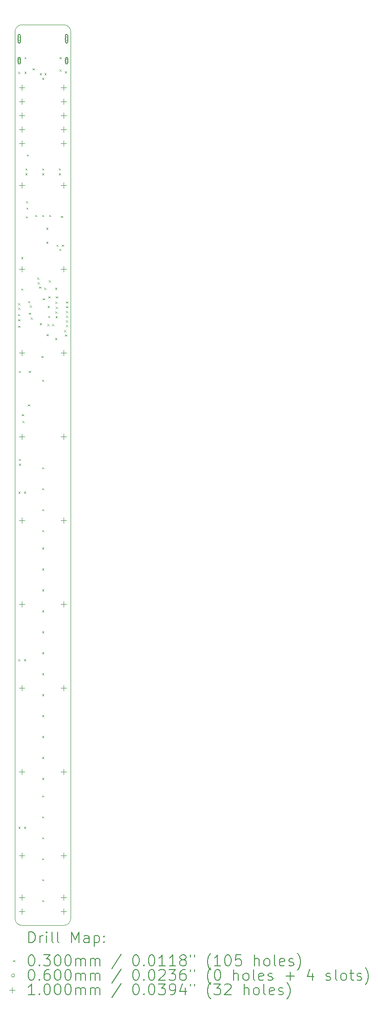
<source format=gbr>
%FSLAX45Y45*%
G04 Gerber Fmt 4.5, Leading zero omitted, Abs format (unit mm)*
G04 Created by KiCad (PCBNEW (6.0.4)) date 2023-09-20 22:58:44*
%MOMM*%
%LPD*%
G01*
G04 APERTURE LIST*
%TA.AperFunction,Profile*%
%ADD10C,0.100000*%
%TD*%
%ADD11C,0.200000*%
%ADD12C,0.030000*%
%ADD13C,0.060000*%
%ADD14C,0.100000*%
G04 APERTURE END LIST*
D10*
X9017000Y-1651000D02*
X8255000Y-1651000D01*
X8128000Y-1778000D02*
X8128000Y-17907000D01*
X8255000Y-18034000D02*
X9017000Y-18034000D01*
X8128000Y-17907000D02*
G75*
G03*
X8255000Y-18034000I127000J0D01*
G01*
X9144000Y-1778000D02*
G75*
G03*
X9017000Y-1651000I-127000J0D01*
G01*
X8255000Y-1651000D02*
G75*
G03*
X8128000Y-1778000I0J-127000D01*
G01*
X9144000Y-17907000D02*
X9144000Y-1778000D01*
X9017000Y-18034000D02*
G75*
G03*
X9144000Y-17907000I0J127000D01*
G01*
D11*
D12*
X8181580Y-6914120D02*
X8211580Y-6944120D01*
X8211580Y-6914120D02*
X8181580Y-6944120D01*
X8184000Y-7005560D02*
X8214000Y-7035560D01*
X8214000Y-7005560D02*
X8184000Y-7035560D01*
X8184120Y-2504680D02*
X8214120Y-2534680D01*
X8214120Y-2504680D02*
X8184120Y-2534680D01*
X8185331Y-6713865D02*
X8215331Y-6743865D01*
X8215331Y-6713865D02*
X8185331Y-6743865D01*
X8185934Y-6800337D02*
X8215934Y-6830337D01*
X8215934Y-6800337D02*
X8185934Y-6830337D01*
X8186426Y-7122991D02*
X8216426Y-7152991D01*
X8216426Y-7122991D02*
X8186426Y-7152991D01*
X8186660Y-13190460D02*
X8216660Y-13220460D01*
X8216660Y-13190460D02*
X8186660Y-13220460D01*
X8189200Y-10145000D02*
X8219200Y-10175000D01*
X8219200Y-10145000D02*
X8189200Y-10175000D01*
X8189200Y-16238460D02*
X8219200Y-16268460D01*
X8219200Y-16238460D02*
X8189200Y-16268460D01*
X8196820Y-9548100D02*
X8226820Y-9578100D01*
X8226820Y-9548100D02*
X8196820Y-9578100D01*
X8196820Y-9634460D02*
X8226820Y-9664460D01*
X8226820Y-9634460D02*
X8196820Y-9664460D01*
X8199361Y-7945000D02*
X8229361Y-7975000D01*
X8229361Y-7945000D02*
X8199361Y-7975000D01*
X8240000Y-5877800D02*
X8270000Y-5907800D01*
X8270000Y-5877800D02*
X8240000Y-5907800D01*
X8240000Y-6449300D02*
X8270000Y-6479300D01*
X8270000Y-6449300D02*
X8240000Y-6479300D01*
X8255240Y-8735300D02*
X8285240Y-8765300D01*
X8285240Y-8735300D02*
X8255240Y-8765300D01*
X8259898Y-8857642D02*
X8289898Y-8887642D01*
X8289898Y-8857642D02*
X8259898Y-8887642D01*
X8290800Y-13190460D02*
X8320800Y-13220460D01*
X8320800Y-13190460D02*
X8290800Y-13220460D01*
X8293340Y-10145000D02*
X8323340Y-10175000D01*
X8323340Y-10145000D02*
X8293340Y-10175000D01*
X8293340Y-16238460D02*
X8323340Y-16268460D01*
X8323340Y-16238460D02*
X8293340Y-16268460D01*
X8301000Y-2240480D02*
X8331000Y-2270480D01*
X8331000Y-2240480D02*
X8301000Y-2270480D01*
X8301000Y-2504640D02*
X8331000Y-2534640D01*
X8331000Y-2504640D02*
X8301000Y-2534640D01*
X8316200Y-4264900D02*
X8346200Y-4294900D01*
X8346200Y-4264900D02*
X8316200Y-4294900D01*
X8316200Y-4353800D02*
X8346200Y-4383800D01*
X8346200Y-4353800D02*
X8316200Y-4383800D01*
X8323820Y-5136120D02*
X8353820Y-5166120D01*
X8353820Y-5136120D02*
X8323820Y-5166120D01*
X8328900Y-4861800D02*
X8358900Y-4891800D01*
X8358900Y-4861800D02*
X8328900Y-4891800D01*
X8335274Y-4974414D02*
X8365274Y-5004414D01*
X8365274Y-4974414D02*
X8335274Y-5004414D01*
X8341600Y-4010900D02*
X8371600Y-4040900D01*
X8371600Y-4010900D02*
X8341600Y-4040900D01*
X8365020Y-8555859D02*
X8395020Y-8585859D01*
X8395020Y-8555859D02*
X8365020Y-8585859D01*
X8369644Y-6674568D02*
X8399644Y-6704568D01*
X8399644Y-6674568D02*
X8369644Y-6704568D01*
X8379462Y-6888958D02*
X8409462Y-6918958D01*
X8409462Y-6888958D02*
X8379462Y-6918958D01*
X8383000Y-7948000D02*
X8413000Y-7978000D01*
X8413000Y-7948000D02*
X8383000Y-7978000D01*
X8398390Y-6754762D02*
X8428390Y-6784762D01*
X8428390Y-6754762D02*
X8398390Y-6784762D01*
X8415810Y-6977620D02*
X8445810Y-7007620D01*
X8445810Y-6977620D02*
X8415810Y-7007620D01*
X8448390Y-2443610D02*
X8478390Y-2473610D01*
X8478390Y-2443610D02*
X8448390Y-2473610D01*
X8494262Y-5108914D02*
X8524262Y-5138914D01*
X8524262Y-5108914D02*
X8494262Y-5138914D01*
X8534000Y-6247000D02*
X8564000Y-6277000D01*
X8564000Y-6247000D02*
X8534000Y-6277000D01*
X8539752Y-6333898D02*
X8569752Y-6363898D01*
X8569752Y-6333898D02*
X8539752Y-6363898D01*
X8565629Y-6415063D02*
X8595629Y-6445063D01*
X8595629Y-6415063D02*
X8565629Y-6445063D01*
X8578811Y-7080000D02*
X8608811Y-7110000D01*
X8608811Y-7080000D02*
X8578811Y-7110000D01*
X8580567Y-2532677D02*
X8610567Y-2562677D01*
X8610567Y-2532677D02*
X8580567Y-2562677D01*
X8607778Y-7675306D02*
X8637778Y-7705306D01*
X8637778Y-7675306D02*
X8607778Y-7705306D01*
X8621000Y-2616440D02*
X8651000Y-2646440D01*
X8651000Y-2616440D02*
X8621000Y-2646440D01*
X8621000Y-4264900D02*
X8651000Y-4294900D01*
X8651000Y-4264900D02*
X8621000Y-4294900D01*
X8621000Y-4353800D02*
X8651000Y-4383800D01*
X8651000Y-4353800D02*
X8621000Y-4383800D01*
X8621000Y-5108180D02*
X8651000Y-5138180D01*
X8651000Y-5108180D02*
X8621000Y-5138180D01*
X8621000Y-8105380D02*
X8651000Y-8135380D01*
X8651000Y-8105380D02*
X8621000Y-8135380D01*
X8621000Y-9700500D02*
X8651000Y-9730500D01*
X8651000Y-9700500D02*
X8621000Y-9730500D01*
X8621000Y-10081500D02*
X8651000Y-10111500D01*
X8651000Y-10081500D02*
X8621000Y-10111500D01*
X8621000Y-10462500D02*
X8651000Y-10492500D01*
X8651000Y-10462500D02*
X8621000Y-10492500D01*
X8621000Y-10843500D02*
X8651000Y-10873500D01*
X8651000Y-10843500D02*
X8621000Y-10873500D01*
X8621000Y-11161000D02*
X8651000Y-11191000D01*
X8651000Y-11161000D02*
X8621000Y-11191000D01*
X8621000Y-11542000D02*
X8651000Y-11572000D01*
X8651000Y-11542000D02*
X8621000Y-11572000D01*
X8621000Y-11923000D02*
X8651000Y-11953000D01*
X8651000Y-11923000D02*
X8621000Y-11953000D01*
X8621000Y-12304000D02*
X8651000Y-12334000D01*
X8651000Y-12304000D02*
X8621000Y-12334000D01*
X8621000Y-12685000D02*
X8651000Y-12715000D01*
X8651000Y-12685000D02*
X8621000Y-12715000D01*
X8621000Y-13066000D02*
X8651000Y-13096000D01*
X8651000Y-13066000D02*
X8621000Y-13096000D01*
X8621000Y-13447000D02*
X8651000Y-13477000D01*
X8651000Y-13447000D02*
X8621000Y-13477000D01*
X8621000Y-13828000D02*
X8651000Y-13858000D01*
X8651000Y-13828000D02*
X8621000Y-13858000D01*
X8621000Y-14209000D02*
X8651000Y-14239000D01*
X8651000Y-14209000D02*
X8621000Y-14239000D01*
X8621000Y-14590000D02*
X8651000Y-14620000D01*
X8651000Y-14590000D02*
X8621000Y-14620000D01*
X8621000Y-14971000D02*
X8651000Y-15001000D01*
X8651000Y-14971000D02*
X8621000Y-15001000D01*
X8621000Y-15352000D02*
X8651000Y-15382000D01*
X8651000Y-15352000D02*
X8621000Y-15382000D01*
X8621000Y-15669500D02*
X8651000Y-15699500D01*
X8651000Y-15669500D02*
X8621000Y-15699500D01*
X8621000Y-16050500D02*
X8651000Y-16080500D01*
X8651000Y-16050500D02*
X8621000Y-16080500D01*
X8621000Y-16431500D02*
X8651000Y-16461500D01*
X8651000Y-16431500D02*
X8621000Y-16461500D01*
X8621000Y-16812500D02*
X8651000Y-16842500D01*
X8651000Y-16812500D02*
X8621000Y-16842500D01*
X8621000Y-17193500D02*
X8651000Y-17223500D01*
X8651000Y-17193500D02*
X8621000Y-17223500D01*
X8621000Y-17574500D02*
X8651000Y-17604500D01*
X8651000Y-17574500D02*
X8621000Y-17604500D01*
X8633700Y-6624560D02*
X8663700Y-6654560D01*
X8663700Y-6624560D02*
X8633700Y-6654560D01*
X8660810Y-6437090D02*
X8690810Y-6467090D01*
X8690810Y-6437090D02*
X8660810Y-6467090D01*
X8665755Y-2532020D02*
X8695755Y-2562020D01*
X8695755Y-2532020D02*
X8665755Y-2562020D01*
X8697200Y-5344400D02*
X8727200Y-5374400D01*
X8727200Y-5344400D02*
X8697200Y-5374400D01*
X8697200Y-5598400D02*
X8727200Y-5628400D01*
X8727200Y-5598400D02*
X8697200Y-5628400D01*
X8702889Y-7279000D02*
X8732889Y-7309000D01*
X8732889Y-7279000D02*
X8702889Y-7309000D01*
X8719777Y-7095325D02*
X8749777Y-7125325D01*
X8749777Y-7095325D02*
X8719777Y-7125325D01*
X8722600Y-6766800D02*
X8752600Y-6796800D01*
X8752600Y-6766800D02*
X8722600Y-6796800D01*
X8732760Y-6947140D02*
X8762760Y-6977140D01*
X8762760Y-6947140D02*
X8732760Y-6977140D01*
X8735589Y-6591272D02*
X8765589Y-6621272D01*
X8765589Y-6591272D02*
X8735589Y-6621272D01*
X8745000Y-6298000D02*
X8775000Y-6328000D01*
X8775000Y-6298000D02*
X8745000Y-6328000D01*
X8748000Y-5108180D02*
X8778000Y-5138180D01*
X8778000Y-5108180D02*
X8748000Y-5138180D01*
X8804961Y-7094286D02*
X8834961Y-7124286D01*
X8834961Y-7094286D02*
X8804961Y-7124286D01*
X8860000Y-6437000D02*
X8890000Y-6467000D01*
X8890000Y-6437000D02*
X8860000Y-6467000D01*
X8860094Y-7351095D02*
X8890094Y-7381095D01*
X8890094Y-7351095D02*
X8860094Y-7381095D01*
X8862300Y-6690600D02*
X8892300Y-6720600D01*
X8892300Y-6690600D02*
X8862300Y-6720600D01*
X8862948Y-6866792D02*
X8892948Y-6896792D01*
X8892948Y-6866792D02*
X8862948Y-6896792D01*
X8866607Y-6951904D02*
X8896607Y-6981904D01*
X8896607Y-6951904D02*
X8866607Y-6981904D01*
X8872307Y-6591685D02*
X8902307Y-6621685D01*
X8902307Y-6591685D02*
X8872307Y-6621685D01*
X8872310Y-6782000D02*
X8902310Y-6812000D01*
X8902310Y-6782000D02*
X8872310Y-6812000D01*
X8885824Y-5649853D02*
X8915824Y-5679853D01*
X8915824Y-5649853D02*
X8885824Y-5679853D01*
X8925800Y-4264900D02*
X8955800Y-4294900D01*
X8955800Y-4264900D02*
X8925800Y-4294900D01*
X8925800Y-4353800D02*
X8955800Y-4383800D01*
X8955800Y-4353800D02*
X8925800Y-4383800D01*
X8936620Y-5727940D02*
X8966620Y-5757940D01*
X8966620Y-5727940D02*
X8936620Y-5757940D01*
X8940000Y-2466000D02*
X8970000Y-2496000D01*
X8970000Y-2466000D02*
X8940000Y-2496000D01*
X8941000Y-2240560D02*
X8971000Y-2270560D01*
X8971000Y-2240560D02*
X8941000Y-2270560D01*
X8963900Y-5128500D02*
X8993900Y-5158500D01*
X8993900Y-5128500D02*
X8963900Y-5158500D01*
X8980824Y-5649853D02*
X9010824Y-5679853D01*
X9010824Y-5649853D02*
X8980824Y-5679853D01*
X9024860Y-7203680D02*
X9054860Y-7233680D01*
X9054860Y-7203680D02*
X9024860Y-7233680D01*
X9037560Y-2499600D02*
X9067560Y-2529600D01*
X9067560Y-2499600D02*
X9037560Y-2529600D01*
X9042999Y-7287500D02*
X9072999Y-7317500D01*
X9072999Y-7287500D02*
X9042999Y-7317500D01*
X9055960Y-6685924D02*
X9085960Y-6715924D01*
X9085960Y-6685924D02*
X9055960Y-6715924D01*
X9056640Y-6771111D02*
X9086640Y-6801111D01*
X9086640Y-6771111D02*
X9056640Y-6801111D01*
X9056690Y-6856301D02*
X9086690Y-6886301D01*
X9086690Y-6856301D02*
X9056690Y-6886301D01*
X9056690Y-7111872D02*
X9086690Y-7141872D01*
X9086690Y-7111872D02*
X9056690Y-7141872D01*
X9056810Y-6941492D02*
X9086810Y-6971492D01*
X9086810Y-6941492D02*
X9056810Y-6971492D01*
X9056810Y-7026682D02*
X9086810Y-7056682D01*
X9086810Y-7026682D02*
X9056810Y-7056682D01*
D13*
X8234000Y-1904820D02*
G75*
G03*
X8234000Y-1904820I-30000J0D01*
G01*
D11*
X8224000Y-1964820D02*
X8224000Y-1844820D01*
X8184000Y-1964820D02*
X8184000Y-1844820D01*
X8224000Y-1844820D02*
G75*
G03*
X8184000Y-1844820I-20000J0D01*
G01*
X8184000Y-1964820D02*
G75*
G03*
X8224000Y-1964820I20000J0D01*
G01*
D13*
X8234000Y-2304820D02*
G75*
G03*
X8234000Y-2304820I-30000J0D01*
G01*
D11*
X8224000Y-2344820D02*
X8224000Y-2264820D01*
X8184000Y-2344820D02*
X8184000Y-2264820D01*
X8224000Y-2264820D02*
G75*
G03*
X8184000Y-2264820I-20000J0D01*
G01*
X8184000Y-2344820D02*
G75*
G03*
X8224000Y-2344820I20000J0D01*
G01*
D13*
X9098000Y-1904820D02*
G75*
G03*
X9098000Y-1904820I-30000J0D01*
G01*
D11*
X9088000Y-1964820D02*
X9088000Y-1844820D01*
X9048000Y-1964820D02*
X9048000Y-1844820D01*
X9088000Y-1844820D02*
G75*
G03*
X9048000Y-1844820I-20000J0D01*
G01*
X9048000Y-1964820D02*
G75*
G03*
X9088000Y-1964820I20000J0D01*
G01*
D13*
X9098000Y-2304820D02*
G75*
G03*
X9098000Y-2304820I-30000J0D01*
G01*
D11*
X9088000Y-2344820D02*
X9088000Y-2264820D01*
X9048000Y-2344820D02*
X9048000Y-2264820D01*
X9088000Y-2264820D02*
G75*
G03*
X9048000Y-2264820I-20000J0D01*
G01*
X9048000Y-2344820D02*
G75*
G03*
X9088000Y-2344820I20000J0D01*
G01*
D14*
X8255000Y-2744000D02*
X8255000Y-2844000D01*
X8205000Y-2794000D02*
X8305000Y-2794000D01*
X8255000Y-2998000D02*
X8255000Y-3098000D01*
X8205000Y-3048000D02*
X8305000Y-3048000D01*
X8255000Y-3252000D02*
X8255000Y-3352000D01*
X8205000Y-3302000D02*
X8305000Y-3302000D01*
X8255000Y-3506000D02*
X8255000Y-3606000D01*
X8205000Y-3556000D02*
X8305000Y-3556000D01*
X8255000Y-3760000D02*
X8255000Y-3860000D01*
X8205000Y-3810000D02*
X8305000Y-3810000D01*
X8255000Y-4522000D02*
X8255000Y-4622000D01*
X8205000Y-4572000D02*
X8305000Y-4572000D01*
X8255000Y-6046000D02*
X8255000Y-6146000D01*
X8205000Y-6096000D02*
X8305000Y-6096000D01*
X8255000Y-7570000D02*
X8255000Y-7670000D01*
X8205000Y-7620000D02*
X8305000Y-7620000D01*
X8255000Y-9094000D02*
X8255000Y-9194000D01*
X8205000Y-9144000D02*
X8305000Y-9144000D01*
X8255000Y-10618000D02*
X8255000Y-10718000D01*
X8205000Y-10668000D02*
X8305000Y-10668000D01*
X8255000Y-12142000D02*
X8255000Y-12242000D01*
X8205000Y-12192000D02*
X8305000Y-12192000D01*
X8255000Y-13666000D02*
X8255000Y-13766000D01*
X8205000Y-13716000D02*
X8305000Y-13716000D01*
X8255000Y-15190000D02*
X8255000Y-15290000D01*
X8205000Y-15240000D02*
X8305000Y-15240000D01*
X8255000Y-16714000D02*
X8255000Y-16814000D01*
X8205000Y-16764000D02*
X8305000Y-16764000D01*
X8255000Y-17476000D02*
X8255000Y-17576000D01*
X8205000Y-17526000D02*
X8305000Y-17526000D01*
X8255000Y-17730000D02*
X8255000Y-17830000D01*
X8205000Y-17780000D02*
X8305000Y-17780000D01*
X9017000Y-2744000D02*
X9017000Y-2844000D01*
X8967000Y-2794000D02*
X9067000Y-2794000D01*
X9017000Y-2998000D02*
X9017000Y-3098000D01*
X8967000Y-3048000D02*
X9067000Y-3048000D01*
X9017000Y-3252000D02*
X9017000Y-3352000D01*
X8967000Y-3302000D02*
X9067000Y-3302000D01*
X9017000Y-3506000D02*
X9017000Y-3606000D01*
X8967000Y-3556000D02*
X9067000Y-3556000D01*
X9017000Y-3760000D02*
X9017000Y-3860000D01*
X8967000Y-3810000D02*
X9067000Y-3810000D01*
X9017000Y-4522000D02*
X9017000Y-4622000D01*
X8967000Y-4572000D02*
X9067000Y-4572000D01*
X9017000Y-6046000D02*
X9017000Y-6146000D01*
X8967000Y-6096000D02*
X9067000Y-6096000D01*
X9017000Y-7570000D02*
X9017000Y-7670000D01*
X8967000Y-7620000D02*
X9067000Y-7620000D01*
X9017000Y-9094000D02*
X9017000Y-9194000D01*
X8967000Y-9144000D02*
X9067000Y-9144000D01*
X9017000Y-10618000D02*
X9017000Y-10718000D01*
X8967000Y-10668000D02*
X9067000Y-10668000D01*
X9017000Y-12142000D02*
X9017000Y-12242000D01*
X8967000Y-12192000D02*
X9067000Y-12192000D01*
X9017000Y-13666000D02*
X9017000Y-13766000D01*
X8967000Y-13716000D02*
X9067000Y-13716000D01*
X9017000Y-15190000D02*
X9017000Y-15290000D01*
X8967000Y-15240000D02*
X9067000Y-15240000D01*
X9017000Y-16714000D02*
X9017000Y-16814000D01*
X8967000Y-16764000D02*
X9067000Y-16764000D01*
X9017000Y-17476000D02*
X9017000Y-17576000D01*
X8967000Y-17526000D02*
X9067000Y-17526000D01*
X9017000Y-17730000D02*
X9017000Y-17830000D01*
X8967000Y-17780000D02*
X9067000Y-17780000D01*
D11*
X8380619Y-18349476D02*
X8380619Y-18149476D01*
X8428238Y-18149476D01*
X8456810Y-18159000D01*
X8475857Y-18178048D01*
X8485381Y-18197095D01*
X8494905Y-18235190D01*
X8494905Y-18263762D01*
X8485381Y-18301857D01*
X8475857Y-18320905D01*
X8456810Y-18339952D01*
X8428238Y-18349476D01*
X8380619Y-18349476D01*
X8580619Y-18349476D02*
X8580619Y-18216143D01*
X8580619Y-18254238D02*
X8590143Y-18235190D01*
X8599667Y-18225667D01*
X8618714Y-18216143D01*
X8637762Y-18216143D01*
X8704429Y-18349476D02*
X8704429Y-18216143D01*
X8704429Y-18149476D02*
X8694905Y-18159000D01*
X8704429Y-18168524D01*
X8713952Y-18159000D01*
X8704429Y-18149476D01*
X8704429Y-18168524D01*
X8828238Y-18349476D02*
X8809190Y-18339952D01*
X8799667Y-18320905D01*
X8799667Y-18149476D01*
X8933000Y-18349476D02*
X8913952Y-18339952D01*
X8904429Y-18320905D01*
X8904429Y-18149476D01*
X9161571Y-18349476D02*
X9161571Y-18149476D01*
X9228238Y-18292333D01*
X9294905Y-18149476D01*
X9294905Y-18349476D01*
X9475857Y-18349476D02*
X9475857Y-18244714D01*
X9466333Y-18225667D01*
X9447286Y-18216143D01*
X9409190Y-18216143D01*
X9390143Y-18225667D01*
X9475857Y-18339952D02*
X9456810Y-18349476D01*
X9409190Y-18349476D01*
X9390143Y-18339952D01*
X9380619Y-18320905D01*
X9380619Y-18301857D01*
X9390143Y-18282810D01*
X9409190Y-18273286D01*
X9456810Y-18273286D01*
X9475857Y-18263762D01*
X9571095Y-18216143D02*
X9571095Y-18416143D01*
X9571095Y-18225667D02*
X9590143Y-18216143D01*
X9628238Y-18216143D01*
X9647286Y-18225667D01*
X9656810Y-18235190D01*
X9666333Y-18254238D01*
X9666333Y-18311381D01*
X9656810Y-18330429D01*
X9647286Y-18339952D01*
X9628238Y-18349476D01*
X9590143Y-18349476D01*
X9571095Y-18339952D01*
X9752048Y-18330429D02*
X9761571Y-18339952D01*
X9752048Y-18349476D01*
X9742524Y-18339952D01*
X9752048Y-18330429D01*
X9752048Y-18349476D01*
X9752048Y-18225667D02*
X9761571Y-18235190D01*
X9752048Y-18244714D01*
X9742524Y-18235190D01*
X9752048Y-18225667D01*
X9752048Y-18244714D01*
D12*
X8093000Y-18664000D02*
X8123000Y-18694000D01*
X8123000Y-18664000D02*
X8093000Y-18694000D01*
D11*
X8418714Y-18569476D02*
X8437762Y-18569476D01*
X8456810Y-18579000D01*
X8466333Y-18588524D01*
X8475857Y-18607571D01*
X8485381Y-18645667D01*
X8485381Y-18693286D01*
X8475857Y-18731381D01*
X8466333Y-18750429D01*
X8456810Y-18759952D01*
X8437762Y-18769476D01*
X8418714Y-18769476D01*
X8399667Y-18759952D01*
X8390143Y-18750429D01*
X8380619Y-18731381D01*
X8371095Y-18693286D01*
X8371095Y-18645667D01*
X8380619Y-18607571D01*
X8390143Y-18588524D01*
X8399667Y-18579000D01*
X8418714Y-18569476D01*
X8571095Y-18750429D02*
X8580619Y-18759952D01*
X8571095Y-18769476D01*
X8561571Y-18759952D01*
X8571095Y-18750429D01*
X8571095Y-18769476D01*
X8647286Y-18569476D02*
X8771095Y-18569476D01*
X8704429Y-18645667D01*
X8733000Y-18645667D01*
X8752048Y-18655190D01*
X8761571Y-18664714D01*
X8771095Y-18683762D01*
X8771095Y-18731381D01*
X8761571Y-18750429D01*
X8752048Y-18759952D01*
X8733000Y-18769476D01*
X8675857Y-18769476D01*
X8656810Y-18759952D01*
X8647286Y-18750429D01*
X8894905Y-18569476D02*
X8913952Y-18569476D01*
X8933000Y-18579000D01*
X8942524Y-18588524D01*
X8952048Y-18607571D01*
X8961571Y-18645667D01*
X8961571Y-18693286D01*
X8952048Y-18731381D01*
X8942524Y-18750429D01*
X8933000Y-18759952D01*
X8913952Y-18769476D01*
X8894905Y-18769476D01*
X8875857Y-18759952D01*
X8866333Y-18750429D01*
X8856810Y-18731381D01*
X8847286Y-18693286D01*
X8847286Y-18645667D01*
X8856810Y-18607571D01*
X8866333Y-18588524D01*
X8875857Y-18579000D01*
X8894905Y-18569476D01*
X9085381Y-18569476D02*
X9104429Y-18569476D01*
X9123476Y-18579000D01*
X9133000Y-18588524D01*
X9142524Y-18607571D01*
X9152048Y-18645667D01*
X9152048Y-18693286D01*
X9142524Y-18731381D01*
X9133000Y-18750429D01*
X9123476Y-18759952D01*
X9104429Y-18769476D01*
X9085381Y-18769476D01*
X9066333Y-18759952D01*
X9056810Y-18750429D01*
X9047286Y-18731381D01*
X9037762Y-18693286D01*
X9037762Y-18645667D01*
X9047286Y-18607571D01*
X9056810Y-18588524D01*
X9066333Y-18579000D01*
X9085381Y-18569476D01*
X9237762Y-18769476D02*
X9237762Y-18636143D01*
X9237762Y-18655190D02*
X9247286Y-18645667D01*
X9266333Y-18636143D01*
X9294905Y-18636143D01*
X9313952Y-18645667D01*
X9323476Y-18664714D01*
X9323476Y-18769476D01*
X9323476Y-18664714D02*
X9333000Y-18645667D01*
X9352048Y-18636143D01*
X9380619Y-18636143D01*
X9399667Y-18645667D01*
X9409190Y-18664714D01*
X9409190Y-18769476D01*
X9504429Y-18769476D02*
X9504429Y-18636143D01*
X9504429Y-18655190D02*
X9513952Y-18645667D01*
X9533000Y-18636143D01*
X9561571Y-18636143D01*
X9580619Y-18645667D01*
X9590143Y-18664714D01*
X9590143Y-18769476D01*
X9590143Y-18664714D02*
X9599667Y-18645667D01*
X9618714Y-18636143D01*
X9647286Y-18636143D01*
X9666333Y-18645667D01*
X9675857Y-18664714D01*
X9675857Y-18769476D01*
X10066333Y-18559952D02*
X9894905Y-18817095D01*
X10323476Y-18569476D02*
X10342524Y-18569476D01*
X10361571Y-18579000D01*
X10371095Y-18588524D01*
X10380619Y-18607571D01*
X10390143Y-18645667D01*
X10390143Y-18693286D01*
X10380619Y-18731381D01*
X10371095Y-18750429D01*
X10361571Y-18759952D01*
X10342524Y-18769476D01*
X10323476Y-18769476D01*
X10304429Y-18759952D01*
X10294905Y-18750429D01*
X10285381Y-18731381D01*
X10275857Y-18693286D01*
X10275857Y-18645667D01*
X10285381Y-18607571D01*
X10294905Y-18588524D01*
X10304429Y-18579000D01*
X10323476Y-18569476D01*
X10475857Y-18750429D02*
X10485381Y-18759952D01*
X10475857Y-18769476D01*
X10466333Y-18759952D01*
X10475857Y-18750429D01*
X10475857Y-18769476D01*
X10609190Y-18569476D02*
X10628238Y-18569476D01*
X10647286Y-18579000D01*
X10656810Y-18588524D01*
X10666333Y-18607571D01*
X10675857Y-18645667D01*
X10675857Y-18693286D01*
X10666333Y-18731381D01*
X10656810Y-18750429D01*
X10647286Y-18759952D01*
X10628238Y-18769476D01*
X10609190Y-18769476D01*
X10590143Y-18759952D01*
X10580619Y-18750429D01*
X10571095Y-18731381D01*
X10561571Y-18693286D01*
X10561571Y-18645667D01*
X10571095Y-18607571D01*
X10580619Y-18588524D01*
X10590143Y-18579000D01*
X10609190Y-18569476D01*
X10866333Y-18769476D02*
X10752048Y-18769476D01*
X10809190Y-18769476D02*
X10809190Y-18569476D01*
X10790143Y-18598048D01*
X10771095Y-18617095D01*
X10752048Y-18626619D01*
X11056810Y-18769476D02*
X10942524Y-18769476D01*
X10999667Y-18769476D02*
X10999667Y-18569476D01*
X10980619Y-18598048D01*
X10961571Y-18617095D01*
X10942524Y-18626619D01*
X11171095Y-18655190D02*
X11152048Y-18645667D01*
X11142524Y-18636143D01*
X11133000Y-18617095D01*
X11133000Y-18607571D01*
X11142524Y-18588524D01*
X11152048Y-18579000D01*
X11171095Y-18569476D01*
X11209190Y-18569476D01*
X11228238Y-18579000D01*
X11237762Y-18588524D01*
X11247286Y-18607571D01*
X11247286Y-18617095D01*
X11237762Y-18636143D01*
X11228238Y-18645667D01*
X11209190Y-18655190D01*
X11171095Y-18655190D01*
X11152048Y-18664714D01*
X11142524Y-18674238D01*
X11133000Y-18693286D01*
X11133000Y-18731381D01*
X11142524Y-18750429D01*
X11152048Y-18759952D01*
X11171095Y-18769476D01*
X11209190Y-18769476D01*
X11228238Y-18759952D01*
X11237762Y-18750429D01*
X11247286Y-18731381D01*
X11247286Y-18693286D01*
X11237762Y-18674238D01*
X11228238Y-18664714D01*
X11209190Y-18655190D01*
X11323476Y-18569476D02*
X11323476Y-18607571D01*
X11399667Y-18569476D02*
X11399667Y-18607571D01*
X11694905Y-18845667D02*
X11685381Y-18836143D01*
X11666333Y-18807571D01*
X11656809Y-18788524D01*
X11647286Y-18759952D01*
X11637762Y-18712333D01*
X11637762Y-18674238D01*
X11647286Y-18626619D01*
X11656809Y-18598048D01*
X11666333Y-18579000D01*
X11685381Y-18550429D01*
X11694905Y-18540905D01*
X11875857Y-18769476D02*
X11761571Y-18769476D01*
X11818714Y-18769476D02*
X11818714Y-18569476D01*
X11799667Y-18598048D01*
X11780619Y-18617095D01*
X11761571Y-18626619D01*
X11999667Y-18569476D02*
X12018714Y-18569476D01*
X12037762Y-18579000D01*
X12047286Y-18588524D01*
X12056809Y-18607571D01*
X12066333Y-18645667D01*
X12066333Y-18693286D01*
X12056809Y-18731381D01*
X12047286Y-18750429D01*
X12037762Y-18759952D01*
X12018714Y-18769476D01*
X11999667Y-18769476D01*
X11980619Y-18759952D01*
X11971095Y-18750429D01*
X11961571Y-18731381D01*
X11952048Y-18693286D01*
X11952048Y-18645667D01*
X11961571Y-18607571D01*
X11971095Y-18588524D01*
X11980619Y-18579000D01*
X11999667Y-18569476D01*
X12247286Y-18569476D02*
X12152048Y-18569476D01*
X12142524Y-18664714D01*
X12152048Y-18655190D01*
X12171095Y-18645667D01*
X12218714Y-18645667D01*
X12237762Y-18655190D01*
X12247286Y-18664714D01*
X12256809Y-18683762D01*
X12256809Y-18731381D01*
X12247286Y-18750429D01*
X12237762Y-18759952D01*
X12218714Y-18769476D01*
X12171095Y-18769476D01*
X12152048Y-18759952D01*
X12142524Y-18750429D01*
X12494905Y-18769476D02*
X12494905Y-18569476D01*
X12580619Y-18769476D02*
X12580619Y-18664714D01*
X12571095Y-18645667D01*
X12552048Y-18636143D01*
X12523476Y-18636143D01*
X12504428Y-18645667D01*
X12494905Y-18655190D01*
X12704428Y-18769476D02*
X12685381Y-18759952D01*
X12675857Y-18750429D01*
X12666333Y-18731381D01*
X12666333Y-18674238D01*
X12675857Y-18655190D01*
X12685381Y-18645667D01*
X12704428Y-18636143D01*
X12733000Y-18636143D01*
X12752048Y-18645667D01*
X12761571Y-18655190D01*
X12771095Y-18674238D01*
X12771095Y-18731381D01*
X12761571Y-18750429D01*
X12752048Y-18759952D01*
X12733000Y-18769476D01*
X12704428Y-18769476D01*
X12885381Y-18769476D02*
X12866333Y-18759952D01*
X12856809Y-18740905D01*
X12856809Y-18569476D01*
X13037762Y-18759952D02*
X13018714Y-18769476D01*
X12980619Y-18769476D01*
X12961571Y-18759952D01*
X12952048Y-18740905D01*
X12952048Y-18664714D01*
X12961571Y-18645667D01*
X12980619Y-18636143D01*
X13018714Y-18636143D01*
X13037762Y-18645667D01*
X13047286Y-18664714D01*
X13047286Y-18683762D01*
X12952048Y-18702810D01*
X13123476Y-18759952D02*
X13142524Y-18769476D01*
X13180619Y-18769476D01*
X13199667Y-18759952D01*
X13209190Y-18740905D01*
X13209190Y-18731381D01*
X13199667Y-18712333D01*
X13180619Y-18702810D01*
X13152048Y-18702810D01*
X13133000Y-18693286D01*
X13123476Y-18674238D01*
X13123476Y-18664714D01*
X13133000Y-18645667D01*
X13152048Y-18636143D01*
X13180619Y-18636143D01*
X13199667Y-18645667D01*
X13275857Y-18845667D02*
X13285381Y-18836143D01*
X13304428Y-18807571D01*
X13313952Y-18788524D01*
X13323476Y-18759952D01*
X13333000Y-18712333D01*
X13333000Y-18674238D01*
X13323476Y-18626619D01*
X13313952Y-18598048D01*
X13304428Y-18579000D01*
X13285381Y-18550429D01*
X13275857Y-18540905D01*
D13*
X8123000Y-18943000D02*
G75*
G03*
X8123000Y-18943000I-30000J0D01*
G01*
D11*
X8418714Y-18833476D02*
X8437762Y-18833476D01*
X8456810Y-18843000D01*
X8466333Y-18852524D01*
X8475857Y-18871571D01*
X8485381Y-18909667D01*
X8485381Y-18957286D01*
X8475857Y-18995381D01*
X8466333Y-19014429D01*
X8456810Y-19023952D01*
X8437762Y-19033476D01*
X8418714Y-19033476D01*
X8399667Y-19023952D01*
X8390143Y-19014429D01*
X8380619Y-18995381D01*
X8371095Y-18957286D01*
X8371095Y-18909667D01*
X8380619Y-18871571D01*
X8390143Y-18852524D01*
X8399667Y-18843000D01*
X8418714Y-18833476D01*
X8571095Y-19014429D02*
X8580619Y-19023952D01*
X8571095Y-19033476D01*
X8561571Y-19023952D01*
X8571095Y-19014429D01*
X8571095Y-19033476D01*
X8752048Y-18833476D02*
X8713952Y-18833476D01*
X8694905Y-18843000D01*
X8685381Y-18852524D01*
X8666333Y-18881095D01*
X8656810Y-18919190D01*
X8656810Y-18995381D01*
X8666333Y-19014429D01*
X8675857Y-19023952D01*
X8694905Y-19033476D01*
X8733000Y-19033476D01*
X8752048Y-19023952D01*
X8761571Y-19014429D01*
X8771095Y-18995381D01*
X8771095Y-18947762D01*
X8761571Y-18928714D01*
X8752048Y-18919190D01*
X8733000Y-18909667D01*
X8694905Y-18909667D01*
X8675857Y-18919190D01*
X8666333Y-18928714D01*
X8656810Y-18947762D01*
X8894905Y-18833476D02*
X8913952Y-18833476D01*
X8933000Y-18843000D01*
X8942524Y-18852524D01*
X8952048Y-18871571D01*
X8961571Y-18909667D01*
X8961571Y-18957286D01*
X8952048Y-18995381D01*
X8942524Y-19014429D01*
X8933000Y-19023952D01*
X8913952Y-19033476D01*
X8894905Y-19033476D01*
X8875857Y-19023952D01*
X8866333Y-19014429D01*
X8856810Y-18995381D01*
X8847286Y-18957286D01*
X8847286Y-18909667D01*
X8856810Y-18871571D01*
X8866333Y-18852524D01*
X8875857Y-18843000D01*
X8894905Y-18833476D01*
X9085381Y-18833476D02*
X9104429Y-18833476D01*
X9123476Y-18843000D01*
X9133000Y-18852524D01*
X9142524Y-18871571D01*
X9152048Y-18909667D01*
X9152048Y-18957286D01*
X9142524Y-18995381D01*
X9133000Y-19014429D01*
X9123476Y-19023952D01*
X9104429Y-19033476D01*
X9085381Y-19033476D01*
X9066333Y-19023952D01*
X9056810Y-19014429D01*
X9047286Y-18995381D01*
X9037762Y-18957286D01*
X9037762Y-18909667D01*
X9047286Y-18871571D01*
X9056810Y-18852524D01*
X9066333Y-18843000D01*
X9085381Y-18833476D01*
X9237762Y-19033476D02*
X9237762Y-18900143D01*
X9237762Y-18919190D02*
X9247286Y-18909667D01*
X9266333Y-18900143D01*
X9294905Y-18900143D01*
X9313952Y-18909667D01*
X9323476Y-18928714D01*
X9323476Y-19033476D01*
X9323476Y-18928714D02*
X9333000Y-18909667D01*
X9352048Y-18900143D01*
X9380619Y-18900143D01*
X9399667Y-18909667D01*
X9409190Y-18928714D01*
X9409190Y-19033476D01*
X9504429Y-19033476D02*
X9504429Y-18900143D01*
X9504429Y-18919190D02*
X9513952Y-18909667D01*
X9533000Y-18900143D01*
X9561571Y-18900143D01*
X9580619Y-18909667D01*
X9590143Y-18928714D01*
X9590143Y-19033476D01*
X9590143Y-18928714D02*
X9599667Y-18909667D01*
X9618714Y-18900143D01*
X9647286Y-18900143D01*
X9666333Y-18909667D01*
X9675857Y-18928714D01*
X9675857Y-19033476D01*
X10066333Y-18823952D02*
X9894905Y-19081095D01*
X10323476Y-18833476D02*
X10342524Y-18833476D01*
X10361571Y-18843000D01*
X10371095Y-18852524D01*
X10380619Y-18871571D01*
X10390143Y-18909667D01*
X10390143Y-18957286D01*
X10380619Y-18995381D01*
X10371095Y-19014429D01*
X10361571Y-19023952D01*
X10342524Y-19033476D01*
X10323476Y-19033476D01*
X10304429Y-19023952D01*
X10294905Y-19014429D01*
X10285381Y-18995381D01*
X10275857Y-18957286D01*
X10275857Y-18909667D01*
X10285381Y-18871571D01*
X10294905Y-18852524D01*
X10304429Y-18843000D01*
X10323476Y-18833476D01*
X10475857Y-19014429D02*
X10485381Y-19023952D01*
X10475857Y-19033476D01*
X10466333Y-19023952D01*
X10475857Y-19014429D01*
X10475857Y-19033476D01*
X10609190Y-18833476D02*
X10628238Y-18833476D01*
X10647286Y-18843000D01*
X10656810Y-18852524D01*
X10666333Y-18871571D01*
X10675857Y-18909667D01*
X10675857Y-18957286D01*
X10666333Y-18995381D01*
X10656810Y-19014429D01*
X10647286Y-19023952D01*
X10628238Y-19033476D01*
X10609190Y-19033476D01*
X10590143Y-19023952D01*
X10580619Y-19014429D01*
X10571095Y-18995381D01*
X10561571Y-18957286D01*
X10561571Y-18909667D01*
X10571095Y-18871571D01*
X10580619Y-18852524D01*
X10590143Y-18843000D01*
X10609190Y-18833476D01*
X10752048Y-18852524D02*
X10761571Y-18843000D01*
X10780619Y-18833476D01*
X10828238Y-18833476D01*
X10847286Y-18843000D01*
X10856810Y-18852524D01*
X10866333Y-18871571D01*
X10866333Y-18890619D01*
X10856810Y-18919190D01*
X10742524Y-19033476D01*
X10866333Y-19033476D01*
X10933000Y-18833476D02*
X11056810Y-18833476D01*
X10990143Y-18909667D01*
X11018714Y-18909667D01*
X11037762Y-18919190D01*
X11047286Y-18928714D01*
X11056810Y-18947762D01*
X11056810Y-18995381D01*
X11047286Y-19014429D01*
X11037762Y-19023952D01*
X11018714Y-19033476D01*
X10961571Y-19033476D01*
X10942524Y-19023952D01*
X10933000Y-19014429D01*
X11228238Y-18833476D02*
X11190143Y-18833476D01*
X11171095Y-18843000D01*
X11161571Y-18852524D01*
X11142524Y-18881095D01*
X11133000Y-18919190D01*
X11133000Y-18995381D01*
X11142524Y-19014429D01*
X11152048Y-19023952D01*
X11171095Y-19033476D01*
X11209190Y-19033476D01*
X11228238Y-19023952D01*
X11237762Y-19014429D01*
X11247286Y-18995381D01*
X11247286Y-18947762D01*
X11237762Y-18928714D01*
X11228238Y-18919190D01*
X11209190Y-18909667D01*
X11171095Y-18909667D01*
X11152048Y-18919190D01*
X11142524Y-18928714D01*
X11133000Y-18947762D01*
X11323476Y-18833476D02*
X11323476Y-18871571D01*
X11399667Y-18833476D02*
X11399667Y-18871571D01*
X11694905Y-19109667D02*
X11685381Y-19100143D01*
X11666333Y-19071571D01*
X11656809Y-19052524D01*
X11647286Y-19023952D01*
X11637762Y-18976333D01*
X11637762Y-18938238D01*
X11647286Y-18890619D01*
X11656809Y-18862048D01*
X11666333Y-18843000D01*
X11685381Y-18814429D01*
X11694905Y-18804905D01*
X11809190Y-18833476D02*
X11828238Y-18833476D01*
X11847286Y-18843000D01*
X11856809Y-18852524D01*
X11866333Y-18871571D01*
X11875857Y-18909667D01*
X11875857Y-18957286D01*
X11866333Y-18995381D01*
X11856809Y-19014429D01*
X11847286Y-19023952D01*
X11828238Y-19033476D01*
X11809190Y-19033476D01*
X11790143Y-19023952D01*
X11780619Y-19014429D01*
X11771095Y-18995381D01*
X11761571Y-18957286D01*
X11761571Y-18909667D01*
X11771095Y-18871571D01*
X11780619Y-18852524D01*
X11790143Y-18843000D01*
X11809190Y-18833476D01*
X12113952Y-19033476D02*
X12113952Y-18833476D01*
X12199667Y-19033476D02*
X12199667Y-18928714D01*
X12190143Y-18909667D01*
X12171095Y-18900143D01*
X12142524Y-18900143D01*
X12123476Y-18909667D01*
X12113952Y-18919190D01*
X12323476Y-19033476D02*
X12304428Y-19023952D01*
X12294905Y-19014429D01*
X12285381Y-18995381D01*
X12285381Y-18938238D01*
X12294905Y-18919190D01*
X12304428Y-18909667D01*
X12323476Y-18900143D01*
X12352048Y-18900143D01*
X12371095Y-18909667D01*
X12380619Y-18919190D01*
X12390143Y-18938238D01*
X12390143Y-18995381D01*
X12380619Y-19014429D01*
X12371095Y-19023952D01*
X12352048Y-19033476D01*
X12323476Y-19033476D01*
X12504428Y-19033476D02*
X12485381Y-19023952D01*
X12475857Y-19004905D01*
X12475857Y-18833476D01*
X12656809Y-19023952D02*
X12637762Y-19033476D01*
X12599667Y-19033476D01*
X12580619Y-19023952D01*
X12571095Y-19004905D01*
X12571095Y-18928714D01*
X12580619Y-18909667D01*
X12599667Y-18900143D01*
X12637762Y-18900143D01*
X12656809Y-18909667D01*
X12666333Y-18928714D01*
X12666333Y-18947762D01*
X12571095Y-18966810D01*
X12742524Y-19023952D02*
X12761571Y-19033476D01*
X12799667Y-19033476D01*
X12818714Y-19023952D01*
X12828238Y-19004905D01*
X12828238Y-18995381D01*
X12818714Y-18976333D01*
X12799667Y-18966810D01*
X12771095Y-18966810D01*
X12752048Y-18957286D01*
X12742524Y-18938238D01*
X12742524Y-18928714D01*
X12752048Y-18909667D01*
X12771095Y-18900143D01*
X12799667Y-18900143D01*
X12818714Y-18909667D01*
X13066333Y-18957286D02*
X13218714Y-18957286D01*
X13142524Y-19033476D02*
X13142524Y-18881095D01*
X13552048Y-18900143D02*
X13552048Y-19033476D01*
X13504428Y-18823952D02*
X13456809Y-18966810D01*
X13580619Y-18966810D01*
X13799667Y-19023952D02*
X13818714Y-19033476D01*
X13856809Y-19033476D01*
X13875857Y-19023952D01*
X13885381Y-19004905D01*
X13885381Y-18995381D01*
X13875857Y-18976333D01*
X13856809Y-18966810D01*
X13828238Y-18966810D01*
X13809190Y-18957286D01*
X13799667Y-18938238D01*
X13799667Y-18928714D01*
X13809190Y-18909667D01*
X13828238Y-18900143D01*
X13856809Y-18900143D01*
X13875857Y-18909667D01*
X13999667Y-19033476D02*
X13980619Y-19023952D01*
X13971095Y-19004905D01*
X13971095Y-18833476D01*
X14104428Y-19033476D02*
X14085381Y-19023952D01*
X14075857Y-19014429D01*
X14066333Y-18995381D01*
X14066333Y-18938238D01*
X14075857Y-18919190D01*
X14085381Y-18909667D01*
X14104428Y-18900143D01*
X14133000Y-18900143D01*
X14152048Y-18909667D01*
X14161571Y-18919190D01*
X14171095Y-18938238D01*
X14171095Y-18995381D01*
X14161571Y-19014429D01*
X14152048Y-19023952D01*
X14133000Y-19033476D01*
X14104428Y-19033476D01*
X14228238Y-18900143D02*
X14304428Y-18900143D01*
X14256809Y-18833476D02*
X14256809Y-19004905D01*
X14266333Y-19023952D01*
X14285381Y-19033476D01*
X14304428Y-19033476D01*
X14361571Y-19023952D02*
X14380619Y-19033476D01*
X14418714Y-19033476D01*
X14437762Y-19023952D01*
X14447286Y-19004905D01*
X14447286Y-18995381D01*
X14437762Y-18976333D01*
X14418714Y-18966810D01*
X14390143Y-18966810D01*
X14371095Y-18957286D01*
X14361571Y-18938238D01*
X14361571Y-18928714D01*
X14371095Y-18909667D01*
X14390143Y-18900143D01*
X14418714Y-18900143D01*
X14437762Y-18909667D01*
X14513952Y-19109667D02*
X14523476Y-19100143D01*
X14542524Y-19071571D01*
X14552048Y-19052524D01*
X14561571Y-19023952D01*
X14571095Y-18976333D01*
X14571095Y-18938238D01*
X14561571Y-18890619D01*
X14552048Y-18862048D01*
X14542524Y-18843000D01*
X14523476Y-18814429D01*
X14513952Y-18804905D01*
D14*
X8073000Y-19157000D02*
X8073000Y-19257000D01*
X8023000Y-19207000D02*
X8123000Y-19207000D01*
D11*
X8485381Y-19297476D02*
X8371095Y-19297476D01*
X8428238Y-19297476D02*
X8428238Y-19097476D01*
X8409190Y-19126048D01*
X8390143Y-19145095D01*
X8371095Y-19154619D01*
X8571095Y-19278429D02*
X8580619Y-19287952D01*
X8571095Y-19297476D01*
X8561571Y-19287952D01*
X8571095Y-19278429D01*
X8571095Y-19297476D01*
X8704429Y-19097476D02*
X8723476Y-19097476D01*
X8742524Y-19107000D01*
X8752048Y-19116524D01*
X8761571Y-19135571D01*
X8771095Y-19173667D01*
X8771095Y-19221286D01*
X8761571Y-19259381D01*
X8752048Y-19278429D01*
X8742524Y-19287952D01*
X8723476Y-19297476D01*
X8704429Y-19297476D01*
X8685381Y-19287952D01*
X8675857Y-19278429D01*
X8666333Y-19259381D01*
X8656810Y-19221286D01*
X8656810Y-19173667D01*
X8666333Y-19135571D01*
X8675857Y-19116524D01*
X8685381Y-19107000D01*
X8704429Y-19097476D01*
X8894905Y-19097476D02*
X8913952Y-19097476D01*
X8933000Y-19107000D01*
X8942524Y-19116524D01*
X8952048Y-19135571D01*
X8961571Y-19173667D01*
X8961571Y-19221286D01*
X8952048Y-19259381D01*
X8942524Y-19278429D01*
X8933000Y-19287952D01*
X8913952Y-19297476D01*
X8894905Y-19297476D01*
X8875857Y-19287952D01*
X8866333Y-19278429D01*
X8856810Y-19259381D01*
X8847286Y-19221286D01*
X8847286Y-19173667D01*
X8856810Y-19135571D01*
X8866333Y-19116524D01*
X8875857Y-19107000D01*
X8894905Y-19097476D01*
X9085381Y-19097476D02*
X9104429Y-19097476D01*
X9123476Y-19107000D01*
X9133000Y-19116524D01*
X9142524Y-19135571D01*
X9152048Y-19173667D01*
X9152048Y-19221286D01*
X9142524Y-19259381D01*
X9133000Y-19278429D01*
X9123476Y-19287952D01*
X9104429Y-19297476D01*
X9085381Y-19297476D01*
X9066333Y-19287952D01*
X9056810Y-19278429D01*
X9047286Y-19259381D01*
X9037762Y-19221286D01*
X9037762Y-19173667D01*
X9047286Y-19135571D01*
X9056810Y-19116524D01*
X9066333Y-19107000D01*
X9085381Y-19097476D01*
X9237762Y-19297476D02*
X9237762Y-19164143D01*
X9237762Y-19183190D02*
X9247286Y-19173667D01*
X9266333Y-19164143D01*
X9294905Y-19164143D01*
X9313952Y-19173667D01*
X9323476Y-19192714D01*
X9323476Y-19297476D01*
X9323476Y-19192714D02*
X9333000Y-19173667D01*
X9352048Y-19164143D01*
X9380619Y-19164143D01*
X9399667Y-19173667D01*
X9409190Y-19192714D01*
X9409190Y-19297476D01*
X9504429Y-19297476D02*
X9504429Y-19164143D01*
X9504429Y-19183190D02*
X9513952Y-19173667D01*
X9533000Y-19164143D01*
X9561571Y-19164143D01*
X9580619Y-19173667D01*
X9590143Y-19192714D01*
X9590143Y-19297476D01*
X9590143Y-19192714D02*
X9599667Y-19173667D01*
X9618714Y-19164143D01*
X9647286Y-19164143D01*
X9666333Y-19173667D01*
X9675857Y-19192714D01*
X9675857Y-19297476D01*
X10066333Y-19087952D02*
X9894905Y-19345095D01*
X10323476Y-19097476D02*
X10342524Y-19097476D01*
X10361571Y-19107000D01*
X10371095Y-19116524D01*
X10380619Y-19135571D01*
X10390143Y-19173667D01*
X10390143Y-19221286D01*
X10380619Y-19259381D01*
X10371095Y-19278429D01*
X10361571Y-19287952D01*
X10342524Y-19297476D01*
X10323476Y-19297476D01*
X10304429Y-19287952D01*
X10294905Y-19278429D01*
X10285381Y-19259381D01*
X10275857Y-19221286D01*
X10275857Y-19173667D01*
X10285381Y-19135571D01*
X10294905Y-19116524D01*
X10304429Y-19107000D01*
X10323476Y-19097476D01*
X10475857Y-19278429D02*
X10485381Y-19287952D01*
X10475857Y-19297476D01*
X10466333Y-19287952D01*
X10475857Y-19278429D01*
X10475857Y-19297476D01*
X10609190Y-19097476D02*
X10628238Y-19097476D01*
X10647286Y-19107000D01*
X10656810Y-19116524D01*
X10666333Y-19135571D01*
X10675857Y-19173667D01*
X10675857Y-19221286D01*
X10666333Y-19259381D01*
X10656810Y-19278429D01*
X10647286Y-19287952D01*
X10628238Y-19297476D01*
X10609190Y-19297476D01*
X10590143Y-19287952D01*
X10580619Y-19278429D01*
X10571095Y-19259381D01*
X10561571Y-19221286D01*
X10561571Y-19173667D01*
X10571095Y-19135571D01*
X10580619Y-19116524D01*
X10590143Y-19107000D01*
X10609190Y-19097476D01*
X10742524Y-19097476D02*
X10866333Y-19097476D01*
X10799667Y-19173667D01*
X10828238Y-19173667D01*
X10847286Y-19183190D01*
X10856810Y-19192714D01*
X10866333Y-19211762D01*
X10866333Y-19259381D01*
X10856810Y-19278429D01*
X10847286Y-19287952D01*
X10828238Y-19297476D01*
X10771095Y-19297476D01*
X10752048Y-19287952D01*
X10742524Y-19278429D01*
X10961571Y-19297476D02*
X10999667Y-19297476D01*
X11018714Y-19287952D01*
X11028238Y-19278429D01*
X11047286Y-19249857D01*
X11056810Y-19211762D01*
X11056810Y-19135571D01*
X11047286Y-19116524D01*
X11037762Y-19107000D01*
X11018714Y-19097476D01*
X10980619Y-19097476D01*
X10961571Y-19107000D01*
X10952048Y-19116524D01*
X10942524Y-19135571D01*
X10942524Y-19183190D01*
X10952048Y-19202238D01*
X10961571Y-19211762D01*
X10980619Y-19221286D01*
X11018714Y-19221286D01*
X11037762Y-19211762D01*
X11047286Y-19202238D01*
X11056810Y-19183190D01*
X11228238Y-19164143D02*
X11228238Y-19297476D01*
X11180619Y-19087952D02*
X11133000Y-19230810D01*
X11256809Y-19230810D01*
X11323476Y-19097476D02*
X11323476Y-19135571D01*
X11399667Y-19097476D02*
X11399667Y-19135571D01*
X11694905Y-19373667D02*
X11685381Y-19364143D01*
X11666333Y-19335571D01*
X11656809Y-19316524D01*
X11647286Y-19287952D01*
X11637762Y-19240333D01*
X11637762Y-19202238D01*
X11647286Y-19154619D01*
X11656809Y-19126048D01*
X11666333Y-19107000D01*
X11685381Y-19078429D01*
X11694905Y-19068905D01*
X11752048Y-19097476D02*
X11875857Y-19097476D01*
X11809190Y-19173667D01*
X11837762Y-19173667D01*
X11856809Y-19183190D01*
X11866333Y-19192714D01*
X11875857Y-19211762D01*
X11875857Y-19259381D01*
X11866333Y-19278429D01*
X11856809Y-19287952D01*
X11837762Y-19297476D01*
X11780619Y-19297476D01*
X11761571Y-19287952D01*
X11752048Y-19278429D01*
X11952048Y-19116524D02*
X11961571Y-19107000D01*
X11980619Y-19097476D01*
X12028238Y-19097476D01*
X12047286Y-19107000D01*
X12056809Y-19116524D01*
X12066333Y-19135571D01*
X12066333Y-19154619D01*
X12056809Y-19183190D01*
X11942524Y-19297476D01*
X12066333Y-19297476D01*
X12304428Y-19297476D02*
X12304428Y-19097476D01*
X12390143Y-19297476D02*
X12390143Y-19192714D01*
X12380619Y-19173667D01*
X12361571Y-19164143D01*
X12333000Y-19164143D01*
X12313952Y-19173667D01*
X12304428Y-19183190D01*
X12513952Y-19297476D02*
X12494905Y-19287952D01*
X12485381Y-19278429D01*
X12475857Y-19259381D01*
X12475857Y-19202238D01*
X12485381Y-19183190D01*
X12494905Y-19173667D01*
X12513952Y-19164143D01*
X12542524Y-19164143D01*
X12561571Y-19173667D01*
X12571095Y-19183190D01*
X12580619Y-19202238D01*
X12580619Y-19259381D01*
X12571095Y-19278429D01*
X12561571Y-19287952D01*
X12542524Y-19297476D01*
X12513952Y-19297476D01*
X12694905Y-19297476D02*
X12675857Y-19287952D01*
X12666333Y-19268905D01*
X12666333Y-19097476D01*
X12847286Y-19287952D02*
X12828238Y-19297476D01*
X12790143Y-19297476D01*
X12771095Y-19287952D01*
X12761571Y-19268905D01*
X12761571Y-19192714D01*
X12771095Y-19173667D01*
X12790143Y-19164143D01*
X12828238Y-19164143D01*
X12847286Y-19173667D01*
X12856809Y-19192714D01*
X12856809Y-19211762D01*
X12761571Y-19230810D01*
X12933000Y-19287952D02*
X12952048Y-19297476D01*
X12990143Y-19297476D01*
X13009190Y-19287952D01*
X13018714Y-19268905D01*
X13018714Y-19259381D01*
X13009190Y-19240333D01*
X12990143Y-19230810D01*
X12961571Y-19230810D01*
X12942524Y-19221286D01*
X12933000Y-19202238D01*
X12933000Y-19192714D01*
X12942524Y-19173667D01*
X12961571Y-19164143D01*
X12990143Y-19164143D01*
X13009190Y-19173667D01*
X13085381Y-19373667D02*
X13094905Y-19364143D01*
X13113952Y-19335571D01*
X13123476Y-19316524D01*
X13133000Y-19287952D01*
X13142524Y-19240333D01*
X13142524Y-19202238D01*
X13133000Y-19154619D01*
X13123476Y-19126048D01*
X13113952Y-19107000D01*
X13094905Y-19078429D01*
X13085381Y-19068905D01*
M02*

</source>
